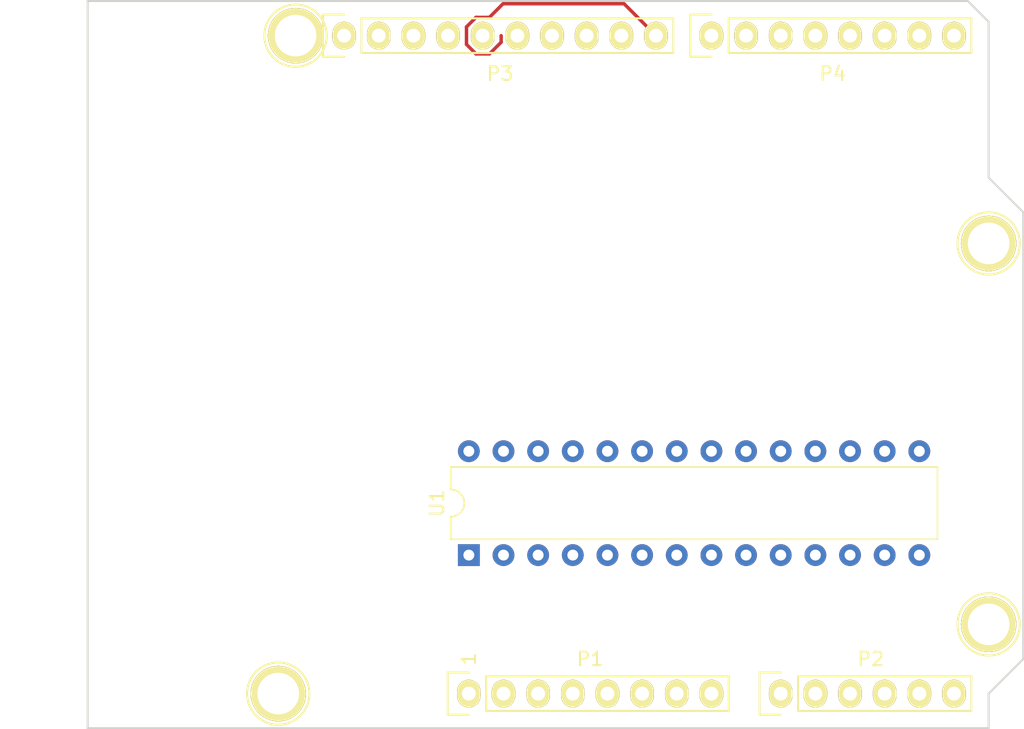
<source format=kicad_pcb>
(kicad_pcb (version 20211014) (generator pcbnew)
  (title_block (date "lun. 30 mars 2015"))
  (layers (0 "F.Cu" signal) (31 "B.Cu" signal) (34 "B.Paste" user) (35 "F.Paste" user) (36 "B.SilkS" user "B.Silkscreen") (37 "F.SilkS" user "F.Silkscreen") (38 "B.Mask" user) (39 "F.Mask" user) (44 "Edge.Cuts" user))
  (net 0 "")
  (net 1 "/IOREF")
  (net 2 "/Reset")
  (net 3 "+5V")
  (net 4 "GND")
  (net 5 "/Vin")
  (net 6 "/A0")
  (net 7 "/A1")
  (net 8 "/A2")
  (net 9 "/A3")
  (net 10 "/AREF")
  (net 11 "/A4(SDA)")
  (net 12 "/A5(SCL)")
  (net 13 "/9(**)")
  (net 14 "/8")
  (net 15 "/7")
  (net 16 "/6(**)")
  (net 17 "/5(**)")
  (net 18 "/4")
  (net 19 "/3(**)")
  (net 20 "/2")
  (net 21 "/1(Tx)")
  (net 22 "/0(Rx)")
  (net 24 "/11(**{slash}MOSI)")
  (net 25 "/10(**{slash}SS)")
  (net 27 "/13(SCK)")
  (net 30 "+3V3")
  (net 31 "/12(MISO)")
  (net 40 "Net-(U1-Pad22)")
  (footprint "Socket_Arduino_Uno:Socket_Strip_Arduino_1x08" (layer "F.Cu") (at 138.938 123.825)
    (fp_text reference "P1" (at 8.89 -2.54) (layer "F.SilkS"))
    (fp_text value "Power")
    (fp_line (start 19.05 1.27) (end 19.05 -1.27) (layer "F.SilkS") (width 0.15))
    (fp_line (start 1.27 1.27) (end 19.05 1.27) (layer "F.SilkS") (width 0.15))
    (fp_line (start 19.05 -1.27) (end 1.27 -1.27) (layer "F.SilkS") (width 0.15))
    (fp_line (start 0 -1.55) (end -1.55 -1.55) (layer "F.SilkS") (width 0.15))
    (fp_line (start -1.55 -1.55) (end -1.55 1.55) (layer "F.SilkS") (width 0.15))
    (fp_line (start -1.55 1.55) (end 0 1.55) (layer "F.SilkS") (width 0.15))
    (fp_line (start 1.27 1.27) (end 1.27 -1.27) (layer "F.SilkS") (width 0.15))
    (pad "1" thru_hole oval locked (at 0 0) (size 1.7272 2.032) (drill 1.016) (layers *.Cu *.Mask "F.SilkS"))
    (pad "2" thru_hole oval locked (at 2.54 0) (size 1.7272 2.032) (drill 1.016) (layers *.Cu *.Mask "F.SilkS") (net 1 "/IOREF"))
    (pad "3" thru_hole oval locked (at 5.08 0) (size 1.7272 2.032) (drill 1.016) (layers *.Cu *.Mask "F.SilkS") (net 2 "/Reset"))
    (pad "4" thru_hole oval locked (at 7.62 0) (size 1.7272 2.032) (drill 1.016) (layers *.Cu *.Mask "F.SilkS") (net 30 "+3V3"))
    (pad "5" thru_hole oval locked (at 10.16 0) (size 1.7272 2.032) (drill 1.016) (layers *.Cu *.Mask "F.SilkS") (net 3 "+5V"))
    (pad "6" thru_hole oval locked (at 12.7 0) (size 1.7272 2.032) (drill 1.016) (layers *.Cu *.Mask "F.SilkS") (net 4 "GND"))
    (pad "7" thru_hole oval locked (at 15.24 0) (size 1.7272 2.032) (drill 1.016) (layers *.Cu *.Mask "F.SilkS") (net 4 "GND"))
    (pad "8" thru_hole oval locked (at 17.78 0) (size 1.7272 2.032) (drill 1.016) (layers *.Cu *.Mask "F.SilkS") (net 5 "/Vin"))
  )
  (footprint "Socket_Arduino_Uno:Socket_Strip_Arduino_1x06" (layer "F.Cu") (at 161.798 123.825)
    (fp_text reference "P2" (at 6.604 -2.54) (layer "F.SilkS"))
    (fp_text value "Analog")
    (fp_line (start 1.27 1.27) (end 1.27 -1.27) (layer "F.SilkS") (width 0.15))
    (fp_line (start 0 -1.55) (end -1.55 -1.55) (layer "F.SilkS") (width 0.15))
    (fp_line (start 13.97 -1.27) (end 1.27 -1.27) (layer "F.SilkS") (width 0.15))
    (fp_line (start 1.27 1.27) (end 13.97 1.27) (layer "F.SilkS") (width 0.15))
    (fp_line (start 13.97 1.27) (end 13.97 -1.27) (layer "F.SilkS") (width 0.15))
    (fp_line (start -1.55 -1.55) (end -1.55 1.55) (layer "F.SilkS") (width 0.15))
    (fp_line (start -1.55 1.55) (end 0 1.55) (layer "F.SilkS") (width 0.15))
    (pad "1" thru_hole oval locked (at 0 0) (size 1.7272 2.032) (drill 1.016) (layers *.Cu *.Mask "F.SilkS") (net 6 "/A0"))
    (pad "2" thru_hole oval locked (at 2.54 0) (size 1.7272 2.032) (drill 1.016) (layers *.Cu *.Mask "F.SilkS") (net 7 "/A1"))
    (pad "3" thru_hole oval locked (at 5.08 0) (size 1.7272 2.032) (drill 1.016) (layers *.Cu *.Mask "F.SilkS") (net 8 "/A2"))
    (pad "4" thru_hole oval locked (at 7.62 0) (size 1.7272 2.032) (drill 1.016) (layers *.Cu *.Mask "F.SilkS") (net 9 "/A3"))
    (pad "5" thru_hole oval locked (at 10.16 0) (size 1.7272 2.032) (drill 1.016) (layers *.Cu *.Mask "F.SilkS") (net 11 "/A4(SDA)"))
    (pad "6" thru_hole oval locked (at 12.7 0) (size 1.7272 2.032) (drill 1.016) (layers *.Cu *.Mask "F.SilkS") (net 12 "/A5(SCL)"))
  )
  (footprint "Socket_Arduino_Uno:Socket_Strip_Arduino_1x10" (layer "F.Cu") (at 129.794 75.565)
    (fp_text reference "P3" (at 11.43 2.794) (layer "F.SilkS"))
    (fp_text value "Digital")
    (fp_line (start -1.55 -1.55) (end -1.55 1.55) (layer "F.SilkS") (width 0.15))
    (fp_line (start 1.27 1.27) (end 24.13 1.27) (layer "F.SilkS") (width 0.15))
    (fp_line (start 24.13 1.27) (end 24.13 -1.27) (layer "F.SilkS") (width 0.15))
    (fp_line (start 24.13 -1.27) (end 1.27 -1.27) (layer "F.SilkS") (width 0.15))
    (fp_line (start 0 -1.55) (end -1.55 -1.55) (layer "F.SilkS") (width 0.15))
    (fp_line (start -1.55 1.55) (end 0 1.55) (layer "F.SilkS") (width 0.15))
    (fp_line (start 1.27 1.27) (end 1.27 -1.27) (layer "F.SilkS") (width 0.15))
    (pad "1" thru_hole oval locked (at 0 0) (size 1.7272 2.032) (drill 1.016) (layers *.Cu *.Mask "F.SilkS") (net 12 "/A5(SCL)"))
    (pad "2" thru_hole oval locked (at 2.54 0) (size 1.7272 2.032) (drill 1.016) (layers *.Cu *.Mask "F.SilkS") (net 11 "/A4(SDA)"))
    (pad "3" thru_hole oval locked (at 5.08 0) (size 1.7272 2.032) (drill 1.016) (layers *.Cu *.Mask "F.SilkS") (net 10 "/AREF"))
    (pad "4" thru_hole oval locked (at 7.62 0) (size 1.7272 2.032) (drill 1.016) (layers *.Cu *.Mask "F.SilkS") (net 4 "GND"))
    (pad "5" thru_hole oval locked (at 10.16 0) (size 1.7272 2.032) (drill 1.016) (layers *.Cu *.Mask "F.SilkS") (net 27 "/13(SCK)"))
    (pad "6" thru_hole oval locked (at 12.7 0) (size 1.7272 2.032) (drill 1.016) (layers *.Cu *.Mask "F.SilkS") (net 31 "/12(MISO)"))
    (pad "7" thru_hole oval locked (at 15.24 0) (size 1.7272 2.032) (drill 1.016) (layers *.Cu *.Mask "F.SilkS") (net 24 "/11(**{slash}MOSI)"))
    (pad "8" thru_hole oval locked (at 17.78 0) (size 1.7272 2.032) (drill 1.016) (layers *.Cu *.Mask "F.SilkS") (net 25 "/10(**{slash}SS)"))
    (pad "9" thru_hole oval locked (at 20.32 0) (size 1.7272 2.032) (drill 1.016) (layers *.Cu *.Mask "F.SilkS") (net 13 "/9(**)"))
    (pad "10" thru_hole oval locked (at 22.86 0) (size 1.7272 2.032) (drill 1.016) (layers *.Cu *.Mask "F.SilkS") (net 14 "/8"))
  )
  (footprint "Socket_Arduino_Uno:Socket_Strip_Arduino_1x08" (layer "F.Cu") (at 156.718 75.565)
    (fp_text reference "P4" (at 8.89 2.794) (layer "F.SilkS"))
    (fp_text value "Digital")
    (fp_line (start 19.05 -1.27) (end 1.27 -1.27) (layer "F.SilkS") (width 0.15))
    (fp_line (start -1.55 1.55) (end 0 1.55) (layer "F.SilkS") (width 0.15))
    (fp_line (start 1.27 1.27) (end 19.05 1.27) (layer "F.SilkS") (width 0.15))
    (fp_line (start 1.27 1.27) (end 1.27 -1.27) (layer "F.SilkS") (width 0.15))
    (fp_line (start 0 -1.55) (end -1.55 -1.55) (layer "F.SilkS") (width 0.15))
    (fp_line (start 19.05 1.27) (end 19.05 -1.27) (layer "F.SilkS") (width 0.15))
    (fp_line (start -1.55 -1.55) (end -1.55 1.55) (layer "F.SilkS") (width 0.15))
    (pad "1" thru_hole oval locked (at 0 0) (size 1.7272 2.032) (drill 1.016) (layers *.Cu *.Mask "F.SilkS") (net 15 "/7"))
    (pad "2" thru_hole oval locked (at 2.54 0) (size 1.7272 2.032) (drill 1.016) (layers *.Cu *.Mask "F.SilkS") (net 16 "/6(**)"))
    (pad "3" thru_hole oval locked (at 5.08 0) (size 1.7272 2.032) (drill 1.016) (layers *.Cu *.Mask "F.SilkS") (net 17 "/5(**)"))
    (pad "4" thru_hole oval locked (at 7.62 0) (size 1.7272 2.032) (drill 1.016) (layers *.Cu *.Mask "F.SilkS") (net 18 "/4"))
    (pad "5" thru_hole oval locked (at 10.16 0) (size 1.7272 2.032) (drill 1.016) (layers *.Cu *.Mask "F.SilkS") (net 19 "/3(**)"))
    (pad "6" thru_hole oval locked (at 12.7 0) (size 1.7272 2.032) (drill 1.016) (layers *.Cu *.Mask "F.SilkS") (net 20 "/2"))
    (pad "7" thru_hole oval locked (at 15.24 0) (size 1.7272 2.032) (drill 1.016) (layers *.Cu *.Mask "F.SilkS") (net 21 "/1(Tx)"))
    (pad "8" thru_hole oval locked (at 17.78 0) (size 1.7272 2.032) (drill 1.016) (layers *.Cu *.Mask "F.SilkS") (net 22 "/0(Rx)"))
  )
  (footprint "Socket_Arduino_Uno:Arduino_1pin" (layer "F.Cu") (at 124.968 123.825)
    (fp_text reference "P5" hide)
    (fp_text value "CONN_01X01" hide)
    (fp_circle (center 0 0) (end 0 -2.286) (layer "F.SilkS") (width 0.15) (fill none))
    (pad "1" thru_hole circle locked (at 0 0) (size 4.064 4.064) (drill 3.048) (layers *.Cu *.Mask "F.SilkS"))
  )
  (footprint "Socket_Arduino_Uno:Arduino_1pin" (layer "F.Cu") (at 177.038 118.745)
    (fp_text reference "P6" hide)
    (fp_text value "CONN_01X01" hide)
    (fp_circle (center 0 0) (end 0 -2.286) (layer "F.SilkS") (width 0.15) (fill none))
    (pad "1" thru_hole circle locked (at 0 0) (size 4.064 4.064) (drill 3.048) (layers *.Cu *.Mask "F.SilkS"))
  )
  (footprint "Socket_Arduino_Uno:Arduino_1pin" (layer "F.Cu") (at 126.238 75.565)
    (fp_text reference "P7" hide)
    (fp_text value "CONN_01X01" hide)
    (fp_circle (center 0 0) (end 0 -2.286) (layer "F.SilkS") (width 0.15) (fill none))
    (pad "1" thru_hole circle locked (at 0 0) (size 4.064 4.064) (drill 3.048) (layers *.Cu *.Mask "F.SilkS"))
  )
  (footprint "Socket_Arduino_Uno:Arduino_1pin" (layer "F.Cu") (at 177.038 90.805)
    (fp_text reference "P8" hide)
    (fp_text value "CONN_01X01" hide)
    (fp_circle (center 0 0) (end 0 -2.286) (layer "F.SilkS") (width 0.15) (fill none))
    (pad "1" thru_hole circle locked (at 0 0) (size 4.064 4.064) (drill 3.048) (layers *.Cu *.Mask "F.SilkS"))
  )
  (footprint "Package_DIP:DIP-28_W7.62mm" (layer "F.Cu") (at 138.938 113.665 90)
    (fp_text reference "U1" (at 3.81 -2.33 90) (layer "F.SilkS"))
    (fp_text value "ATmega328-P")
    (fp_line (start 6.46 34.35) (end 6.46 -1.33) (layer "F.SilkS") (width 0.12))
    (fp_line (start 2.81 -1.33) (end 1.16 -1.33) (layer "F.SilkS") (width 0.12))
    (fp_line (start 6.46 -1.33) (end 4.81 -1.33) (layer "F.SilkS") (width 0.12))
    (fp_line (start 1.16 -1.33) (end 1.16 34.35) (layer "F.SilkS") (width 0.12))
    (fp_line (start 1.16 34.35) (end 6.46 34.35) (layer "F.SilkS") (width 0.12))
    (fp_arc (start 4.81 -1.33) (mid 3.81 -0.33) (end 2.81 -1.33) (layer "F.SilkS") (width 0.12))
    (pad "1" thru_hole rect (at 0 0 90) (size 1.6 1.6) (drill 0.8) (layers *.Cu *.Mask))
    (pad "2" thru_hole oval (at 0 2.54 90) (size 1.6 1.6) (drill 0.8) (layers *.Cu *.Mask))
    (pad "3" thru_hole oval (at 0 5.08 90) (size 1.6 1.6) (drill 0.8) (layers *.Cu *.Mask))
    (pad "4" thru_hole oval (at 0 7.62 90) (size 1.6 1.6) (drill 0.8) (layers *.Cu *.Mask))
    (pad "5" thru_hole oval (at 0 10.16 90) (size 1.6 1.6) (drill 0.8) (layers *.Cu *.Mask))
    (pad "6" thru_hole oval (at 0 12.7 90) (size 1.6 1.6) (drill 0.8) (layers *.Cu *.Mask))
    (pad "7" thru_hole oval (at 0 15.24 90) (size 1.6 1.6) (drill 0.8) (layers *.Cu *.Mask))
    (pad "8" thru_hole oval (at 0 17.78 90) (size 1.6 1.6) (drill 0.8) (layers *.Cu *.Mask) (net 40 "Net-(U1-Pad22)"))
    (pad "9" thru_hole oval (at 0 20.32 90) (size 1.6 1.6) (drill 0.8) (layers *.Cu *.Mask))
    (pad "10" thru_hole oval (at 0 22.86 90) (size 1.6 1.6) (drill 0.8) (layers *.Cu *.Mask))
    (pad "11" thru_hole oval (at 0 25.4 90) (size 1.6 1.6) (drill 0.8) (layers *.Cu *.Mask))
    (pad "12" thru_hole oval (at 0 27.94 90) (size 1.6 1.6) (drill 0.8) (layers *.Cu *.Mask))
    (pad "13" thru_hole oval (at 0 30.48 90) (size 1.6 1.6) (drill 0.8) (layers *.Cu *.Mask))
    (pad "14" thru_hole oval (at 0 33.02 90) (size 1.6 1.6) (drill 0.8) (layers *.Cu *.Mask))
    (pad "15" thru_hole oval (at 7.62 33.02 90) (size 1.6 1.6) (drill 0.8) (layers *.Cu *.Mask))
    (pad "16" thru_hole oval (at 7.62 30.48 90) (size 1.6 1.6) (drill 0.8) (layers *.Cu *.Mask))
    (pad "17" thru_hole oval (at 7.62 27.94 90) (size 1.6 1.6) (drill 0.8) (layers *.Cu *.Mask))
    (pad "18" thru_hole oval (at 7.62 25.4 90) (size 1.6 1.6) (drill 0.8) (layers *.Cu *.Mask))
    (pad "19" thru_hole oval (at 7.62 22.86 90) (size 1.6 1.6) (drill 0.8) (layers *.Cu *.Mask))
    (pad "20" thru_hole oval (at 7.62 20.32 90) (size 1.6 1.6) (drill 0.8) (layers *.Cu *.Mask))
    (pad "21" thru_hole oval (at 7.62 17.78 90) (size 1.6 1.6) (drill 0.8) (layers *.Cu *.Mask))
    (pad "22" thru_hole oval (at 7.62 15.24 90) (size 1.6 1.6) (drill 0.8) (layers *.Cu *.Mask) (net 40 "Net-(U1-Pad22)"))
    (pad "23" thru_hole oval (at 7.62 12.7 90) (size 1.6 1.6) (drill 0.8) (layers *.Cu *.Mask))
    (pad "24" thru_hole oval (at 7.62 10.16 90) (size 1.6 1.6) (drill 0.8) (layers *.Cu *.Mask))
    (pad "25" thru_hole oval (at 7.62 7.62 90) (size 1.6 1.6) (drill 0.8) (layers *.Cu *.Mask))
    (pad "26" thru_hole oval (at 7.62 5.08 90) (size 1.6 1.6) (drill 0.8) (layers *.Cu *.Mask))
    (pad "27" thru_hole oval (at 7.62 2.54 90) (size 1.6 1.6) (drill 0.8) (layers *.Cu *.Mask))
    (pad "28" thru_hole oval (at 7.62 0 90) (size 1.6 1.6) (drill 0.8) (layers *.Cu *.Mask))
  )
  (gr_line (start 179.578 88.519) (end 177.038 85.979) (layer "Edge.Cuts") (width 0.15))
  (gr_line (start 177.038 126.365) (end 177.038 123.825) (layer "Edge.Cuts") (width 0.15))
  (gr_line (start 177.038 74.549) (end 175.514 73.025) (layer "Edge.Cuts") (width 0.15))
  (gr_line (start 177.038 123.825) (end 179.578 121.285) (layer "Edge.Cuts") (width 0.15))
  (gr_line (start 110.998 73.025) (end 110.998 126.365) (layer "Edge.Cuts") (width 0.15))
  (gr_line (start 179.578 121.285) (end 179.578 88.519) (layer "Edge.Cuts") (width 0.15))
  (gr_line (start 110.998 126.365) (end 177.038 126.365) (layer "Edge.Cuts") (width 0.15))
  (gr_line (start 175.514 73.025) (end 110.998 73.025) (layer "Edge.Cuts") (width 0.15))
  (gr_line (start 177.038 85.979) (end 177.038 74.549) (layer "Edge.Cuts") (width 0.15))
  (gr_text "1" (at 138.938 121.285 90) (layer "F.SilkS") (effects (font (size 1 1))))
  (segment (start 140.446135 76.90552) (end 141.30588 76.045775) (width 0.25) (layer "F.Cu") (net 14))
  (segment (start 150.31352 73.22452) (end 141.446095 73.22452) (width 0.25) (layer "F.Cu") (net 14))
  (segment (start 139.461865 74.22448) (end 138.76588 74.920465) (width 0.25) (layer "F.Cu") (net 14))
  (segment (start 138.76588 76.209535) (end 139.461865 76.90552) (width 0.25) (layer "F.Cu") (net 14))
  (segment (start 141.30588 76.045775) (end 141.30588 75.565) (width 0.25) (layer "F.Cu") (net 14))
  (segment (start 152.654 75.565) (end 150.31352 73.22452) (width 0.25) (layer "F.Cu") (net 14))
  (segment (start 139.461865 76.90552) (end 140.446135 76.90552) (width 0.25) (layer "F.Cu") (net 14))
  (segment (start 138.76588 74.920465) (end 138.76588 76.209535) (width 0.25) (layer "F.Cu") (net 14))
  (segment (start 140.446135 74.22448) (end 139.461865 74.22448) (width 0.25) (layer "F.Cu") (net 14))
  (segment (start 141.446095 73.22452) (end 140.446135 74.22448) (width 0.25) (layer "F.Cu") (net 14))
)
</source>
